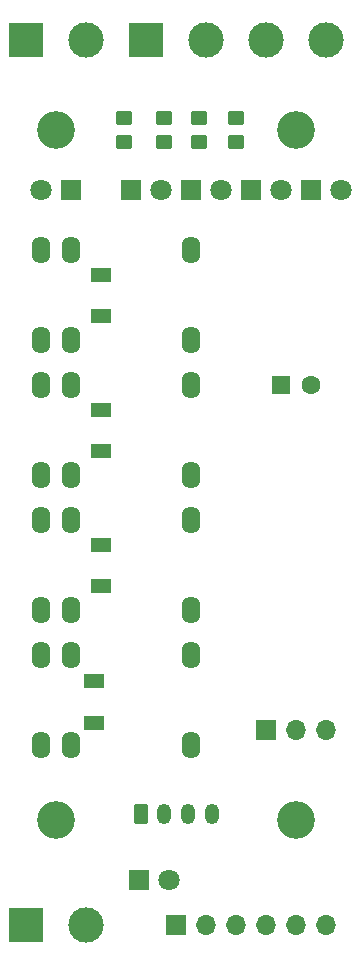
<source format=gbr>
%TF.GenerationSoftware,KiCad,Pcbnew,6.0.6*%
%TF.CreationDate,2022-09-30T13:38:31-04:00*%
%TF.ProjectId,hvac-r,68766163-2d72-42e6-9b69-6361645f7063,rev?*%
%TF.SameCoordinates,Original*%
%TF.FileFunction,Soldermask,Bot*%
%TF.FilePolarity,Negative*%
%FSLAX46Y46*%
G04 Gerber Fmt 4.6, Leading zero omitted, Abs format (unit mm)*
G04 Created by KiCad (PCBNEW 6.0.6) date 2022-09-30 13:38:31*
%MOMM*%
%LPD*%
G01*
G04 APERTURE LIST*
G04 Aperture macros list*
%AMRoundRect*
0 Rectangle with rounded corners*
0 $1 Rounding radius*
0 $2 $3 $4 $5 $6 $7 $8 $9 X,Y pos of 4 corners*
0 Add a 4 corners polygon primitive as box body*
4,1,4,$2,$3,$4,$5,$6,$7,$8,$9,$2,$3,0*
0 Add four circle primitives for the rounded corners*
1,1,$1+$1,$2,$3*
1,1,$1+$1,$4,$5*
1,1,$1+$1,$6,$7*
1,1,$1+$1,$8,$9*
0 Add four rect primitives between the rounded corners*
20,1,$1+$1,$2,$3,$4,$5,0*
20,1,$1+$1,$4,$5,$6,$7,0*
20,1,$1+$1,$6,$7,$8,$9,0*
20,1,$1+$1,$8,$9,$2,$3,0*%
G04 Aperture macros list end*
%ADD10R,1.700000X1.300000*%
%ADD11R,1.800000X1.800000*%
%ADD12C,1.800000*%
%ADD13C,3.200000*%
%ADD14RoundRect,0.250000X0.450000X-0.350000X0.450000X0.350000X-0.450000X0.350000X-0.450000X-0.350000X0*%
%ADD15O,1.600000X2.300000*%
%ADD16R,1.700000X1.700000*%
%ADD17O,1.700000X1.700000*%
%ADD18RoundRect,0.250000X-0.350000X-0.625000X0.350000X-0.625000X0.350000X0.625000X-0.350000X0.625000X0*%
%ADD19O,1.200000X1.750000*%
%ADD20R,3.000000X3.000000*%
%ADD21C,3.000000*%
%ADD22R,1.600000X1.600000*%
%ADD23C,1.600000*%
G04 APERTURE END LIST*
D10*
%TO.C,D10*%
X109855000Y-113665000D03*
X109855000Y-110165000D03*
%TD*%
%TO.C,D9*%
X110490000Y-102080000D03*
X110490000Y-98580000D03*
%TD*%
%TO.C,D8*%
X110490000Y-90650000D03*
X110490000Y-87150000D03*
%TD*%
%TO.C,D7*%
X110490000Y-79220000D03*
X110490000Y-75720000D03*
%TD*%
D11*
%TO.C,D6*%
X113660000Y-127000000D03*
D12*
X116200000Y-127000000D03*
%TD*%
D11*
%TO.C,D5*%
X107950000Y-68580000D03*
D12*
X105410000Y-68580000D03*
%TD*%
D13*
%TO.C,H4*%
X127000000Y-63500000D03*
%TD*%
%TO.C,H3*%
X106680000Y-63500000D03*
%TD*%
%TO.C,H2*%
X127000000Y-121920000D03*
%TD*%
%TO.C,H1*%
X106680000Y-121920000D03*
%TD*%
D14*
%TO.C,R8*%
X121920000Y-64500000D03*
X121920000Y-62500000D03*
%TD*%
%TO.C,R6*%
X118745000Y-64500000D03*
X118745000Y-62500000D03*
%TD*%
%TO.C,R4*%
X115840000Y-64500000D03*
X115840000Y-62500000D03*
%TD*%
%TO.C,R2*%
X112395000Y-64500000D03*
X112395000Y-62500000D03*
%TD*%
D15*
%TO.C,K4*%
X118110000Y-107950000D03*
X107950000Y-107950000D03*
X105410000Y-107950000D03*
X105410000Y-115570000D03*
X107950000Y-115570000D03*
X118110000Y-115570000D03*
%TD*%
%TO.C,K3*%
X118110000Y-96520000D03*
X107950000Y-96520000D03*
X105410000Y-96520000D03*
X105410000Y-104140000D03*
X107950000Y-104140000D03*
X118110000Y-104140000D03*
%TD*%
%TO.C,K2*%
X118110000Y-85090000D03*
X107950000Y-85090000D03*
X105410000Y-85090000D03*
X105410000Y-92710000D03*
X107950000Y-92710000D03*
X118110000Y-92710000D03*
%TD*%
%TO.C,K1*%
X118110000Y-73660000D03*
X107950000Y-73660000D03*
X105410000Y-73660000D03*
X105410000Y-81280000D03*
X107950000Y-81280000D03*
X118110000Y-81280000D03*
%TD*%
D16*
%TO.C,JP1*%
X124475000Y-114300000D03*
D17*
X127015000Y-114300000D03*
X129555000Y-114300000D03*
%TD*%
D16*
%TO.C,J5*%
X116840000Y-130810000D03*
D17*
X119380000Y-130810000D03*
X121920000Y-130810000D03*
X124460000Y-130810000D03*
X127000000Y-130810000D03*
X129540000Y-130810000D03*
%TD*%
D18*
%TO.C,J4*%
X113840000Y-121370000D03*
D19*
X115840000Y-121370000D03*
X117840000Y-121370000D03*
X119840000Y-121370000D03*
%TD*%
D20*
%TO.C,J3*%
X114300000Y-55880000D03*
D21*
X119380000Y-55880000D03*
X124460000Y-55880000D03*
X129540000Y-55880000D03*
%TD*%
D20*
%TO.C,J2*%
X104140000Y-55880000D03*
D21*
X109220000Y-55880000D03*
%TD*%
D20*
%TO.C,J1*%
X104140000Y-130810000D03*
D21*
X109220000Y-130810000D03*
%TD*%
D11*
%TO.C,D4*%
X128270000Y-68580000D03*
D12*
X130810000Y-68580000D03*
%TD*%
D11*
%TO.C,D3*%
X123190000Y-68580000D03*
D12*
X125730000Y-68580000D03*
%TD*%
D11*
%TO.C,D2*%
X118110000Y-68580000D03*
D12*
X120650000Y-68580000D03*
%TD*%
D11*
%TO.C,D1*%
X113030000Y-68580000D03*
D12*
X115570000Y-68580000D03*
%TD*%
D22*
%TO.C,C1*%
X125730000Y-85090000D03*
D23*
X128230000Y-85090000D03*
%TD*%
M02*

</source>
